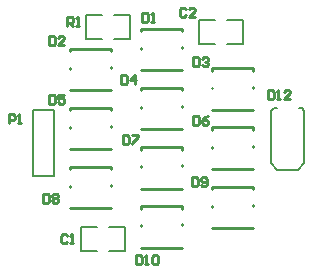
<source format=gto>
G04*
G04 #@! TF.GenerationSoftware,Altium Limited,Altium Designer,22.0.2 (36)*
G04*
G04 Layer_Color=65535*
%FSLAX25Y25*%
%MOIN*%
G70*
G04*
G04 #@! TF.SameCoordinates,30A63591-0E6C-4272-A93C-493934CF8E47*
G04*
G04*
G04 #@! TF.FilePolarity,Positive*
G04*
G01*
G75*
%ADD10C,0.00787*%
%ADD11C,0.01000*%
D10*
X-16032Y33000D02*
X-10600D01*
X-16032Y41000D02*
X-10600D01*
Y33063D02*
Y40937D01*
X-25350Y33063D02*
Y40937D01*
X-25300Y33000D02*
X-19969D01*
X-25300Y41000D02*
X-19969D01*
X36354Y-8488D02*
Y8988D01*
X37209Y9843D01*
X38205D01*
X36354Y-8488D02*
X38366Y-10500D01*
X47378Y-8488D02*
Y8988D01*
X45366Y-10500D02*
X47378Y-8488D01*
X46524Y9843D02*
X47378Y8988D01*
X45528Y9843D02*
X46524D01*
X45528D02*
X46524D01*
X38366Y-10500D02*
X45366D01*
X-17717Y-37823D02*
X-12385D01*
X-17717Y-29823D02*
X-12385D01*
X-12335Y-37760D02*
Y-29886D01*
X-27085Y-37760D02*
Y-29886D01*
Y-37823D02*
X-21654D01*
X-27085Y-29823D02*
X-21654D01*
X-42913Y-12638D02*
X-35827D01*
Y9449D01*
X-42913D02*
X-35827D01*
X-42913Y-12638D02*
Y9449D01*
X12340Y39500D02*
X17772D01*
X12340Y31500D02*
X17772D01*
X12340Y31563D02*
Y39437D01*
X27090Y31563D02*
Y39437D01*
X21709Y39500D02*
X27040D01*
X21709Y31500D02*
X27040D01*
D11*
X30421Y-2887D02*
Y-2587D01*
X30421Y2713D02*
Y3512D01*
X16622Y2713D02*
Y3512D01*
X30421D01*
X16622Y-3187D02*
Y-2887D01*
Y-10287D02*
X30421D01*
X16622Y9402D02*
X30421D01*
X16622Y16502D02*
Y16802D01*
Y23201D02*
X30421D01*
X16622Y22402D02*
Y23201D01*
X30421Y22402D02*
Y23201D01*
X30421Y16802D02*
Y17102D01*
X6799Y29928D02*
Y30228D01*
X6799Y35528D02*
Y36327D01*
X-7000Y35528D02*
Y36327D01*
X6799D01*
X-7000Y29628D02*
Y29928D01*
Y22528D02*
X6799D01*
X-30622Y15965D02*
X-16823D01*
X-30622Y23065D02*
Y23365D01*
Y29764D02*
X-16823D01*
X-30622Y28965D02*
Y29764D01*
X-16823Y28965D02*
Y29764D01*
X-16823Y23365D02*
Y23665D01*
X-7000Y2839D02*
X6799D01*
X-7000Y9939D02*
Y10239D01*
Y16638D02*
X6799D01*
X-7000Y15839D02*
Y16638D01*
X6799Y15839D02*
Y16638D01*
X6799Y10239D02*
Y10539D01*
X-16823Y3676D02*
Y3976D01*
X-16823Y9276D02*
Y10075D01*
X-30622Y9276D02*
Y10075D01*
X-16823D01*
X-30622Y3376D02*
Y3676D01*
Y-3724D02*
X-16823D01*
X6799Y-9450D02*
Y-9150D01*
X6799Y-3850D02*
Y-3051D01*
X-7000Y-3850D02*
Y-3051D01*
X6799D01*
X-7000Y-9750D02*
Y-9450D01*
Y-16850D02*
X6799D01*
X-30622Y-23413D02*
X-16823D01*
X-30622Y-16313D02*
Y-16013D01*
Y-9614D02*
X-16823D01*
X-30622Y-10413D02*
Y-9614D01*
X-16823Y-10413D02*
Y-9614D01*
X-16823Y-16013D02*
Y-15713D01*
X30421Y-22576D02*
Y-22276D01*
X30421Y-16976D02*
Y-16177D01*
X16622Y-16976D02*
Y-16177D01*
X30421D01*
X16622Y-22876D02*
Y-22576D01*
Y-29976D02*
X30421D01*
X-7000Y-36528D02*
X6799D01*
X-7000Y-29428D02*
Y-29128D01*
Y-22728D02*
X6799D01*
X-7000Y-23528D02*
Y-22728D01*
X6799Y-23528D02*
Y-22728D01*
X6799Y-29128D02*
Y-28828D01*
X35251Y16000D02*
Y13001D01*
X36751D01*
X37251Y13500D01*
Y15500D01*
X36751Y16000D01*
X35251D01*
X38250Y13001D02*
X39250D01*
X38750D01*
Y16000D01*
X38250Y15500D01*
X42749Y13001D02*
X40749D01*
X42749Y15000D01*
Y15500D01*
X42249Y16000D01*
X41249D01*
X40749Y15500D01*
X-31500Y-32500D02*
X-32000Y-32000D01*
X-33000D01*
X-33499Y-32500D01*
Y-34500D01*
X-33000Y-34999D01*
X-32000D01*
X-31500Y-34500D01*
X-30500Y-34999D02*
X-29501D01*
X-30000D01*
Y-32000D01*
X-30500Y-32500D01*
X-6499Y41704D02*
Y38705D01*
X-5000D01*
X-4500Y39205D01*
Y41204D01*
X-5000Y41704D01*
X-6499D01*
X-3500Y38705D02*
X-2501D01*
X-3001D01*
Y41704D01*
X-3500Y41204D01*
X-37499Y33999D02*
Y31001D01*
X-36000D01*
X-35500Y31500D01*
Y33500D01*
X-36000Y33999D01*
X-37499D01*
X-32501Y31001D02*
X-34500D01*
X-32501Y33000D01*
Y33500D01*
X-33001Y33999D01*
X-34000D01*
X-34500Y33500D01*
X10501Y27000D02*
Y24001D01*
X12000D01*
X12500Y24500D01*
Y26500D01*
X12000Y27000D01*
X10501D01*
X13500Y26500D02*
X14000Y27000D01*
X14999D01*
X15499Y26500D01*
Y26000D01*
X14999Y25500D01*
X14500D01*
X14999D01*
X15499Y25000D01*
Y24500D01*
X14999Y24001D01*
X14000D01*
X13500Y24500D01*
X-13499Y21000D02*
Y18000D01*
X-12000D01*
X-11500Y18500D01*
Y20500D01*
X-12000Y21000D01*
X-13499D01*
X-9001Y18000D02*
Y21000D01*
X-10500Y19500D01*
X-8501D01*
X-37499Y14500D02*
Y11501D01*
X-36000D01*
X-35500Y12000D01*
Y14000D01*
X-36000Y14500D01*
X-37499D01*
X-32501D02*
X-34500D01*
Y13000D01*
X-33500Y13500D01*
X-33001D01*
X-32501Y13000D01*
Y12000D01*
X-33001Y11501D01*
X-34000D01*
X-34500Y12000D01*
X10501Y7500D02*
Y4501D01*
X12000D01*
X12500Y5000D01*
Y7000D01*
X12000Y7500D01*
X10501D01*
X15499D02*
X14500Y7000D01*
X13500Y6000D01*
Y5000D01*
X14000Y4501D01*
X14999D01*
X15499Y5000D01*
Y5500D01*
X14999Y6000D01*
X13500D01*
X-12999Y1000D02*
Y-2000D01*
X-11500D01*
X-11000Y-1500D01*
Y500D01*
X-11500Y1000D01*
X-12999D01*
X-10000D02*
X-8001D01*
Y500D01*
X-10000Y-1500D01*
Y-2000D01*
X-39499Y-18500D02*
Y-21499D01*
X-38000D01*
X-37500Y-21000D01*
Y-19000D01*
X-38000Y-18500D01*
X-39499D01*
X-36500Y-19000D02*
X-36000Y-18500D01*
X-35001D01*
X-34501Y-19000D01*
Y-19500D01*
X-35001Y-20000D01*
X-34501Y-20500D01*
Y-21000D01*
X-35001Y-21499D01*
X-36000D01*
X-36500Y-21000D01*
Y-20500D01*
X-36000Y-20000D01*
X-36500Y-19500D01*
Y-19000D01*
X-36000Y-20000D02*
X-35001D01*
X10001Y-13001D02*
Y-16000D01*
X11500D01*
X12000Y-15500D01*
Y-13500D01*
X11500Y-13001D01*
X10001D01*
X13000Y-15500D02*
X13500Y-16000D01*
X14499D01*
X14999Y-15500D01*
Y-13500D01*
X14499Y-13001D01*
X13500D01*
X13000Y-13500D01*
Y-14000D01*
X13500Y-14500D01*
X14999D01*
X-8749Y-39000D02*
Y-42000D01*
X-7249D01*
X-6749Y-41500D01*
Y-39500D01*
X-7249Y-39000D01*
X-8749D01*
X-5750Y-42000D02*
X-4750D01*
X-5250D01*
Y-39000D01*
X-5750Y-39500D01*
X-3251D02*
X-2751Y-39000D01*
X-1751D01*
X-1251Y-39500D01*
Y-41500D01*
X-1751Y-42000D01*
X-2751D01*
X-3251Y-41500D01*
Y-39500D01*
X-50999Y5001D02*
Y7999D01*
X-49500D01*
X-49000Y7500D01*
Y6500D01*
X-49500Y6000D01*
X-50999D01*
X-48000Y5001D02*
X-47001D01*
X-47501D01*
Y7999D01*
X-48000Y7500D01*
X-31499Y37501D02*
Y40499D01*
X-30000D01*
X-29500Y40000D01*
Y39000D01*
X-30000Y38500D01*
X-31499D01*
X-30500D02*
X-29500Y37501D01*
X-28500D02*
X-27501D01*
X-28001D01*
Y40499D01*
X-28500Y40000D01*
X8000Y43000D02*
X7500Y43499D01*
X6501D01*
X6001Y43000D01*
Y41000D01*
X6501Y40501D01*
X7500D01*
X8000Y41000D01*
X10999Y40501D02*
X9000D01*
X10999Y42500D01*
Y43000D01*
X10499Y43499D01*
X9500D01*
X9000Y43000D01*
M02*

</source>
